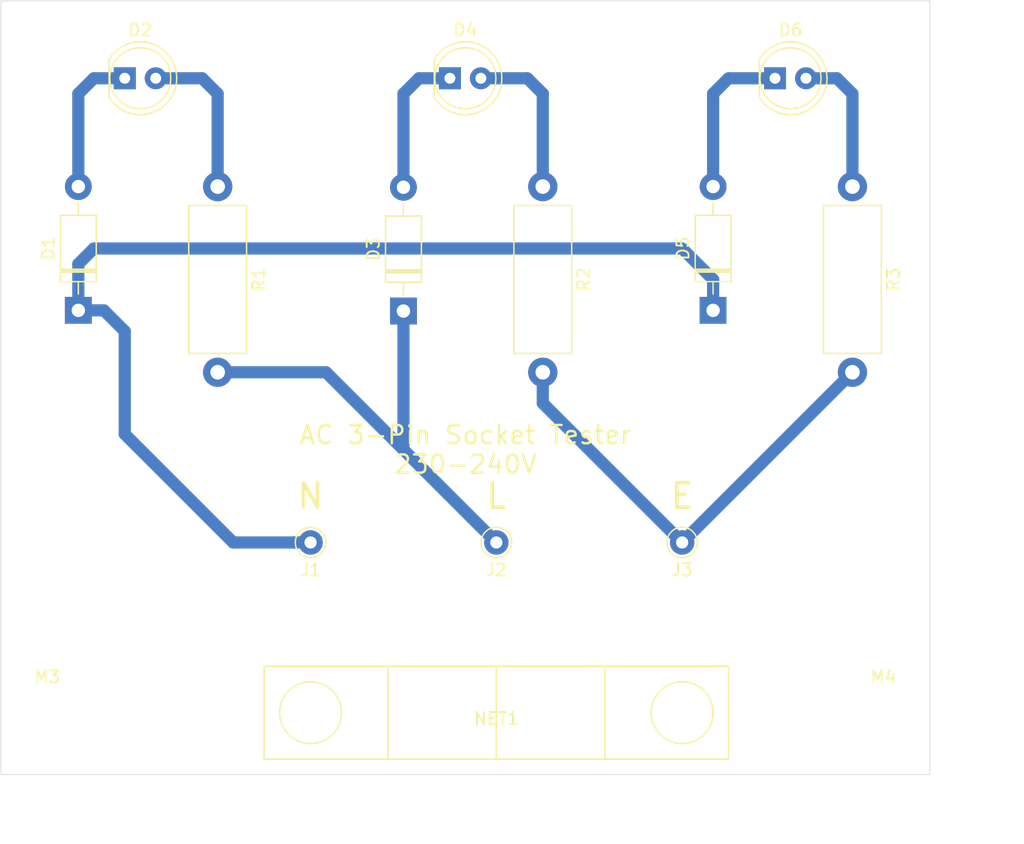
<source format=kicad_pcb>
(kicad_pcb (version 20171130) (host pcbnew 5.1.5-52549c5~86~ubuntu18.04.1)

  (general
    (thickness 1.6)
    (drawings 10)
    (tracks 37)
    (zones 0)
    (modules 15)
    (nets 10)
  )

  (page A4)
  (title_block
    (title "DIY AC 3-Pin Socket Tester PCB")
    (date 2020-04-20)
    (rev 1.0)
    (company "MSc. Paweł Sobótka")
    (comment 1 "CC-BY-SA 4.0")
    (comment 2 "by SQ7EQE")
  )

  (layers
    (0 F.Cu jumper)
    (31 B.Cu signal)
    (32 B.Adhes user)
    (33 F.Adhes user)
    (34 B.Paste user)
    (35 F.Paste user)
    (36 B.SilkS user)
    (37 F.SilkS user)
    (38 B.Mask user)
    (39 F.Mask user)
    (40 Dwgs.User user)
    (41 Cmts.User user)
    (42 Eco1.User user)
    (43 Eco2.User user)
    (44 Edge.Cuts user)
    (45 Margin user)
    (46 B.CrtYd user)
    (47 F.CrtYd user)
    (48 B.Fab user)
    (49 F.Fab user)
  )

  (setup
    (last_trace_width 0.25)
    (user_trace_width 1)
    (trace_clearance 0.2)
    (zone_clearance 0.508)
    (zone_45_only no)
    (trace_min 0.2)
    (via_size 0.8)
    (via_drill 0.4)
    (via_min_size 0.4)
    (via_min_drill 0.3)
    (uvia_size 0.3)
    (uvia_drill 0.1)
    (uvias_allowed no)
    (uvia_min_size 0.2)
    (uvia_min_drill 0.1)
    (edge_width 0.05)
    (segment_width 0.2)
    (pcb_text_width 0.3)
    (pcb_text_size 1.5 1.5)
    (mod_edge_width 0.12)
    (mod_text_size 1 1)
    (mod_text_width 0.15)
    (pad_size 1.524 1.524)
    (pad_drill 0.762)
    (pad_to_mask_clearance 0.051)
    (solder_mask_min_width 0.25)
    (aux_axis_origin 66.04 101.6)
    (grid_origin 66.04 101.6)
    (visible_elements FFFFFF7F)
    (pcbplotparams
      (layerselection 0x010fc_ffffffff)
      (usegerberextensions false)
      (usegerberattributes false)
      (usegerberadvancedattributes false)
      (creategerberjobfile false)
      (excludeedgelayer true)
      (linewidth 0.100000)
      (plotframeref false)
      (viasonmask false)
      (mode 1)
      (useauxorigin false)
      (hpglpennumber 1)
      (hpglpenspeed 20)
      (hpglpendiameter 15.000000)
      (psnegative false)
      (psa4output false)
      (plotreference true)
      (plotvalue true)
      (plotinvisibletext false)
      (padsonsilk false)
      (subtractmaskfromsilk false)
      (outputformat 1)
      (mirror false)
      (drillshape 1)
      (scaleselection 1)
      (outputdirectory ""))
  )

  (net 0 "")
  (net 1 "Net-(D1-Pad1)")
  (net 2 "Net-(D1-Pad2)")
  (net 3 "Net-(D2-Pad2)")
  (net 4 "Net-(D3-Pad2)")
  (net 5 "Net-(D3-Pad1)")
  (net 6 "Net-(D4-Pad2)")
  (net 7 "Net-(D5-Pad2)")
  (net 8 "Net-(D6-Pad2)")
  (net 9 "Net-(J3-Pad1)")

  (net_class Default "This is the default net class."
    (clearance 0.2)
    (trace_width 0.25)
    (via_dia 0.8)
    (via_drill 0.4)
    (uvia_dia 0.3)
    (uvia_drill 0.1)
    (add_net "Net-(D1-Pad1)")
    (add_net "Net-(D1-Pad2)")
    (add_net "Net-(D2-Pad2)")
    (add_net "Net-(D3-Pad1)")
    (add_net "Net-(D3-Pad2)")
    (add_net "Net-(D4-Pad2)")
    (add_net "Net-(D5-Pad2)")
    (add_net "Net-(D6-Pad2)")
    (add_net "Net-(J3-Pad1)")
  )

  (module DIY-AC-3-Pin-Socket-Tester:Pin_D1.0mm_L10.0mm (layer F.Cu) (tedit 5A1DC084) (tstamp 5E9DD447)
    (at 91.44 82.55)
    (descr "solder Pin_ diameter 1.0mm, hole diameter 1.0mm (press fit), length 10.0mm")
    (tags "solder Pin_ press fit")
    (path /5E9F06DC)
    (fp_text reference J1 (at 0 2.25) (layer F.SilkS)
      (effects (font (size 1 1) (thickness 0.15)))
    )
    (fp_text value Neutral (at 0 -2.05) (layer F.Fab)
      (effects (font (size 1 1) (thickness 0.15)))
    )
    (fp_circle (center 0 0) (end 1.25 0.05) (layer F.SilkS) (width 0.12))
    (fp_circle (center 0 0) (end 1 0) (layer F.Fab) (width 0.12))
    (fp_circle (center 0 0) (end 0.5 0) (layer F.Fab) (width 0.12))
    (fp_circle (center 0 0) (end 1.5 0) (layer F.CrtYd) (width 0.05))
    (fp_text user %R (at 0 2.25) (layer F.Fab)
      (effects (font (size 1 1) (thickness 0.15)))
    )
    (pad 1 thru_hole circle (at 0 0) (size 2 2) (drill 1) (layers *.Cu *.Mask)
      (net 1 "Net-(D1-Pad1)"))
  )

  (module DIY-AC-3-Pin-Socket-Tester:Pin_D1.0mm_L10.0mm (layer F.Cu) (tedit 5A1DC084) (tstamp 5E9DD451)
    (at 106.68 82.55)
    (descr "solder Pin_ diameter 1.0mm, hole diameter 1.0mm (press fit), length 10.0mm")
    (tags "solder Pin_ press fit")
    (path /5E9F0A92)
    (fp_text reference J2 (at 0 2.25) (layer F.SilkS)
      (effects (font (size 1 1) (thickness 0.15)))
    )
    (fp_text value Live (at 0 -2.05) (layer F.Fab)
      (effects (font (size 1 1) (thickness 0.15)))
    )
    (fp_circle (center 0 0) (end 1.25 0.05) (layer F.SilkS) (width 0.12))
    (fp_circle (center 0 0) (end 1 0) (layer F.Fab) (width 0.12))
    (fp_circle (center 0 0) (end 0.5 0) (layer F.Fab) (width 0.12))
    (fp_circle (center 0 0) (end 1.5 0) (layer F.CrtYd) (width 0.05))
    (fp_text user %R (at 0 2.25) (layer F.Fab)
      (effects (font (size 1 1) (thickness 0.15)))
    )
    (pad 1 thru_hole circle (at 0 0) (size 2 2) (drill 1) (layers *.Cu *.Mask)
      (net 5 "Net-(D3-Pad1)"))
  )

  (module DIY-AC-3-Pin-Socket-Tester:Pin_D1.0mm_L10.0mm (layer F.Cu) (tedit 5A1DC084) (tstamp 5E9DD45B)
    (at 121.92 82.55)
    (descr "solder Pin_ diameter 1.0mm, hole diameter 1.0mm (press fit), length 10.0mm")
    (tags "solder Pin_ press fit")
    (path /5E9F0F2E)
    (fp_text reference J3 (at 0 2.25) (layer F.SilkS)
      (effects (font (size 1 1) (thickness 0.15)))
    )
    (fp_text value Earth (at 0 -2.05) (layer F.Fab)
      (effects (font (size 1 1) (thickness 0.15)))
    )
    (fp_circle (center 0 0) (end 1.25 0.05) (layer F.SilkS) (width 0.12))
    (fp_circle (center 0 0) (end 1 0) (layer F.Fab) (width 0.12))
    (fp_circle (center 0 0) (end 0.5 0) (layer F.Fab) (width 0.12))
    (fp_circle (center 0 0) (end 1.5 0) (layer F.CrtYd) (width 0.05))
    (fp_text user %R (at 0 2.25) (layer F.Fab)
      (effects (font (size 1 1) (thickness 0.15)))
    )
    (pad 1 thru_hole circle (at 0 0) (size 2 2) (drill 1) (layers *.Cu *.Mask)
      (net 9 "Net-(J3-Pad1)"))
  )

  (module DIY-AC-3-Pin-Socket-Tester:MountingHole_3.2mm_M3 (layer F.Cu) (tedit 56D1B4CB) (tstamp 5E9DE1F7)
    (at 138.43 97.79)
    (descr "Mounting Hole 3.2mm, no annular, M3")
    (tags "mounting hole 3.2mm no annular m3")
    (attr virtual)
    (fp_text reference M4 (at 0 -4.2) (layer F.SilkS)
      (effects (font (size 1 1) (thickness 0.15)))
    )
    (fp_text value MountingHole_3.2mm_M3 (at 0 4.2) (layer F.Fab) hide
      (effects (font (size 1 1) (thickness 0.15)))
    )
    (fp_circle (center 0 0) (end 3.45 0) (layer F.CrtYd) (width 0.05))
    (fp_circle (center 0 0) (end 3.2 0) (layer Cmts.User) (width 0.15))
    (fp_text user %R (at 0.3 0) (layer F.Fab)
      (effects (font (size 1 1) (thickness 0.15)))
    )
    (pad 1 np_thru_hole circle (at 0 0) (size 3.2 3.2) (drill 3.2) (layers *.Cu *.Mask))
  )

  (module DIY-AC-3-Pin-Socket-Tester:MountingHole_3.2mm_M3 (layer F.Cu) (tedit 56D1B4CB) (tstamp 5E9DE1A9)
    (at 69.85 97.79)
    (descr "Mounting Hole 3.2mm, no annular, M3")
    (tags "mounting hole 3.2mm no annular m3")
    (attr virtual)
    (fp_text reference M3 (at 0 -4.2) (layer F.SilkS)
      (effects (font (size 1 1) (thickness 0.15)))
    )
    (fp_text value MountingHole_3.2mm_M3 (at 0 4.2) (layer F.Fab) hide
      (effects (font (size 1 1) (thickness 0.15)))
    )
    (fp_circle (center 0 0) (end 3.45 0) (layer F.CrtYd) (width 0.05))
    (fp_circle (center 0 0) (end 3.2 0) (layer Cmts.User) (width 0.15))
    (fp_text user %R (at 0.3 0) (layer F.Fab)
      (effects (font (size 1 1) (thickness 0.15)))
    )
    (pad 1 np_thru_hole circle (at 0 0) (size 3.2 3.2) (drill 3.2) (layers *.Cu *.Mask))
  )

  (module DIY-AC-3-Pin-Socket-Tester:LED_D5.0mm (layer F.Cu) (tedit 5995936A) (tstamp 5E9DD3DB)
    (at 76.2 44.45)
    (descr "LED, diameter 5.0mm, 2 pins, http://cdn-reichelt.de/documents/datenblatt/A500/LL-504BC2E-009.pdf")
    (tags "LED diameter 5.0mm 2 pins")
    (path /5E9D7810)
    (fp_text reference D2 (at 1.27 -3.96) (layer F.SilkS)
      (effects (font (size 1 1) (thickness 0.15)))
    )
    (fp_text value RED (at 1.27 3.96) (layer F.Fab)
      (effects (font (size 1 1) (thickness 0.15)))
    )
    (fp_text user %R (at 1.25 0) (layer F.Fab)
      (effects (font (size 0.8 0.8) (thickness 0.2)))
    )
    (fp_line (start 4.5 -3.25) (end -1.95 -3.25) (layer F.CrtYd) (width 0.05))
    (fp_line (start 4.5 3.25) (end 4.5 -3.25) (layer F.CrtYd) (width 0.05))
    (fp_line (start -1.95 3.25) (end 4.5 3.25) (layer F.CrtYd) (width 0.05))
    (fp_line (start -1.95 -3.25) (end -1.95 3.25) (layer F.CrtYd) (width 0.05))
    (fp_line (start -1.29 -1.545) (end -1.29 1.545) (layer F.SilkS) (width 0.12))
    (fp_line (start -1.23 -1.469694) (end -1.23 1.469694) (layer F.Fab) (width 0.1))
    (fp_circle (center 1.27 0) (end 3.77 0) (layer F.SilkS) (width 0.12))
    (fp_circle (center 1.27 0) (end 3.77 0) (layer F.Fab) (width 0.1))
    (fp_arc (start 1.27 0) (end -1.29 1.54483) (angle -148.9) (layer F.SilkS) (width 0.12))
    (fp_arc (start 1.27 0) (end -1.29 -1.54483) (angle 148.9) (layer F.SilkS) (width 0.12))
    (fp_arc (start 1.27 0) (end -1.23 -1.469694) (angle 299.1) (layer F.Fab) (width 0.1))
    (pad 2 thru_hole circle (at 2.54 0) (size 1.8 1.8) (drill 0.9) (layers *.Cu *.Mask)
      (net 3 "Net-(D2-Pad2)"))
    (pad 1 thru_hole rect (at 0 0) (size 1.8 1.8) (drill 0.9) (layers *.Cu *.Mask)
      (net 2 "Net-(D1-Pad2)"))
    (model ${KISYS3DMOD}/LED_THT.3dshapes/LED_D5.0mm.wrl
      (at (xyz 0 0 0))
      (scale (xyz 1 1 1))
      (rotate (xyz 0 0 0))
    )
  )

  (module DIY-AC-3-Pin-Socket-Tester:LED_D5.0mm (layer F.Cu) (tedit 5995936A) (tstamp 5E9DD40C)
    (at 102.87 44.45)
    (descr "LED, diameter 5.0mm, 2 pins, http://cdn-reichelt.de/documents/datenblatt/A500/LL-504BC2E-009.pdf")
    (tags "LED diameter 5.0mm 2 pins")
    (path /5E9D7931)
    (fp_text reference D4 (at 1.27 -3.96) (layer F.SilkS)
      (effects (font (size 1 1) (thickness 0.15)))
    )
    (fp_text value GREEN (at 1.27 3.96) (layer F.Fab)
      (effects (font (size 1 1) (thickness 0.15)))
    )
    (fp_text user %R (at 1.25 0) (layer F.Fab)
      (effects (font (size 0.8 0.8) (thickness 0.2)))
    )
    (fp_line (start 4.5 -3.25) (end -1.95 -3.25) (layer F.CrtYd) (width 0.05))
    (fp_line (start 4.5 3.25) (end 4.5 -3.25) (layer F.CrtYd) (width 0.05))
    (fp_line (start -1.95 3.25) (end 4.5 3.25) (layer F.CrtYd) (width 0.05))
    (fp_line (start -1.95 -3.25) (end -1.95 3.25) (layer F.CrtYd) (width 0.05))
    (fp_line (start -1.29 -1.545) (end -1.29 1.545) (layer F.SilkS) (width 0.12))
    (fp_line (start -1.23 -1.469694) (end -1.23 1.469694) (layer F.Fab) (width 0.1))
    (fp_circle (center 1.27 0) (end 3.77 0) (layer F.SilkS) (width 0.12))
    (fp_circle (center 1.27 0) (end 3.77 0) (layer F.Fab) (width 0.1))
    (fp_arc (start 1.27 0) (end -1.29 1.54483) (angle -148.9) (layer F.SilkS) (width 0.12))
    (fp_arc (start 1.27 0) (end -1.29 -1.54483) (angle 148.9) (layer F.SilkS) (width 0.12))
    (fp_arc (start 1.27 0) (end -1.23 -1.469694) (angle 299.1) (layer F.Fab) (width 0.1))
    (pad 2 thru_hole circle (at 2.54 0) (size 1.8 1.8) (drill 0.9) (layers *.Cu *.Mask)
      (net 6 "Net-(D4-Pad2)"))
    (pad 1 thru_hole rect (at 0 0) (size 1.8 1.8) (drill 0.9) (layers *.Cu *.Mask)
      (net 4 "Net-(D3-Pad2)"))
    (model ${KISYS3DMOD}/LED_THT.3dshapes/LED_D5.0mm.wrl
      (at (xyz 0 0 0))
      (scale (xyz 1 1 1))
      (rotate (xyz 0 0 0))
    )
  )

  (module DIY-AC-3-Pin-Socket-Tester:LED_D5.0mm (layer F.Cu) (tedit 5995936A) (tstamp 5E9DD43D)
    (at 129.54 44.45)
    (descr "LED, diameter 5.0mm, 2 pins, http://cdn-reichelt.de/documents/datenblatt/A500/LL-504BC2E-009.pdf")
    (tags "LED diameter 5.0mm 2 pins")
    (path /5E9D7A3D)
    (fp_text reference D6 (at 1.27 -3.96) (layer F.SilkS)
      (effects (font (size 1 1) (thickness 0.15)))
    )
    (fp_text value BLUE (at 1.27 3.96) (layer F.Fab)
      (effects (font (size 1 1) (thickness 0.15)))
    )
    (fp_text user %R (at 1.25 0) (layer F.Fab)
      (effects (font (size 0.8 0.8) (thickness 0.2)))
    )
    (fp_line (start 4.5 -3.25) (end -1.95 -3.25) (layer F.CrtYd) (width 0.05))
    (fp_line (start 4.5 3.25) (end 4.5 -3.25) (layer F.CrtYd) (width 0.05))
    (fp_line (start -1.95 3.25) (end 4.5 3.25) (layer F.CrtYd) (width 0.05))
    (fp_line (start -1.95 -3.25) (end -1.95 3.25) (layer F.CrtYd) (width 0.05))
    (fp_line (start -1.29 -1.545) (end -1.29 1.545) (layer F.SilkS) (width 0.12))
    (fp_line (start -1.23 -1.469694) (end -1.23 1.469694) (layer F.Fab) (width 0.1))
    (fp_circle (center 1.27 0) (end 3.77 0) (layer F.SilkS) (width 0.12))
    (fp_circle (center 1.27 0) (end 3.77 0) (layer F.Fab) (width 0.1))
    (fp_arc (start 1.27 0) (end -1.29 1.54483) (angle -148.9) (layer F.SilkS) (width 0.12))
    (fp_arc (start 1.27 0) (end -1.29 -1.54483) (angle 148.9) (layer F.SilkS) (width 0.12))
    (fp_arc (start 1.27 0) (end -1.23 -1.469694) (angle 299.1) (layer F.Fab) (width 0.1))
    (pad 2 thru_hole circle (at 2.54 0) (size 1.8 1.8) (drill 0.9) (layers *.Cu *.Mask)
      (net 8 "Net-(D6-Pad2)"))
    (pad 1 thru_hole rect (at 0 0) (size 1.8 1.8) (drill 0.9) (layers *.Cu *.Mask)
      (net 7 "Net-(D5-Pad2)"))
    (model ${KISYS3DMOD}/LED_THT.3dshapes/LED_D5.0mm.wrl
      (at (xyz 0 0 0))
      (scale (xyz 1 1 1))
      (rotate (xyz 0 0 0))
    )
  )

  (module DIY-AC-3-Pin-Socket-Tester:D_DO-41_SOD81_P10.16mm_Horizontal (layer F.Cu) (tedit 5AE50CD5) (tstamp 5E9DD7A6)
    (at 72.39 63.5 90)
    (descr "Diode, DO-41_SOD81 series, Axial, Horizontal, pin pitch=10.16mm, , length*diameter=5.2*2.7mm^2, , http://www.diodes.com/_files/packages/DO-41%20(Plastic).pdf")
    (tags "Diode DO-41_SOD81 series Axial Horizontal pin pitch 10.16mm  length 5.2mm diameter 2.7mm")
    (path /5E9D7CA0)
    (fp_text reference D1 (at 5.08 -2.47 90) (layer F.SilkS)
      (effects (font (size 1 1) (thickness 0.15)))
    )
    (fp_text value 1N4007 (at 5.08 2.47 90) (layer F.Fab)
      (effects (font (size 1 1) (thickness 0.15)))
    )
    (fp_text user K (at 0 -2.1 90) (layer F.Fab)
      (effects (font (size 1 1) (thickness 0.15)))
    )
    (fp_text user K (at 0 -2.1 90) (layer F.Fab)
      (effects (font (size 1 1) (thickness 0.15)))
    )
    (fp_text user %R (at 5.47 0 90) (layer F.Fab)
      (effects (font (size 1 1) (thickness 0.15)))
    )
    (fp_line (start 11.51 -1.6) (end -1.35 -1.6) (layer F.CrtYd) (width 0.05))
    (fp_line (start 11.51 1.6) (end 11.51 -1.6) (layer F.CrtYd) (width 0.05))
    (fp_line (start -1.35 1.6) (end 11.51 1.6) (layer F.CrtYd) (width 0.05))
    (fp_line (start -1.35 -1.6) (end -1.35 1.6) (layer F.CrtYd) (width 0.05))
    (fp_line (start 3.14 -1.47) (end 3.14 1.47) (layer F.SilkS) (width 0.12))
    (fp_line (start 3.38 -1.47) (end 3.38 1.47) (layer F.SilkS) (width 0.12))
    (fp_line (start 3.26 -1.47) (end 3.26 1.47) (layer F.SilkS) (width 0.12))
    (fp_line (start 8.82 0) (end 7.8 0) (layer F.SilkS) (width 0.12))
    (fp_line (start 1.34 0) (end 2.36 0) (layer F.SilkS) (width 0.12))
    (fp_line (start 7.8 -1.47) (end 2.36 -1.47) (layer F.SilkS) (width 0.12))
    (fp_line (start 7.8 1.47) (end 7.8 -1.47) (layer F.SilkS) (width 0.12))
    (fp_line (start 2.36 1.47) (end 7.8 1.47) (layer F.SilkS) (width 0.12))
    (fp_line (start 2.36 -1.47) (end 2.36 1.47) (layer F.SilkS) (width 0.12))
    (fp_line (start 3.16 -1.35) (end 3.16 1.35) (layer F.Fab) (width 0.1))
    (fp_line (start 3.36 -1.35) (end 3.36 1.35) (layer F.Fab) (width 0.1))
    (fp_line (start 3.26 -1.35) (end 3.26 1.35) (layer F.Fab) (width 0.1))
    (fp_line (start 10.16 0) (end 7.68 0) (layer F.Fab) (width 0.1))
    (fp_line (start 0 0) (end 2.48 0) (layer F.Fab) (width 0.1))
    (fp_line (start 7.68 -1.35) (end 2.48 -1.35) (layer F.Fab) (width 0.1))
    (fp_line (start 7.68 1.35) (end 7.68 -1.35) (layer F.Fab) (width 0.1))
    (fp_line (start 2.48 1.35) (end 7.68 1.35) (layer F.Fab) (width 0.1))
    (fp_line (start 2.48 -1.35) (end 2.48 1.35) (layer F.Fab) (width 0.1))
    (pad 2 thru_hole oval (at 10.16 0 90) (size 2.2 2.2) (drill 1.1) (layers *.Cu *.Mask)
      (net 2 "Net-(D1-Pad2)"))
    (pad 1 thru_hole rect (at 0 0 90) (size 2.2 2.2) (drill 1.1) (layers *.Cu *.Mask)
      (net 1 "Net-(D1-Pad1)"))
    (model ${KISYS3DMOD}/Diode_THT.3dshapes/D_DO-41_SOD81_P10.16mm_Horizontal.wrl
      (at (xyz 0 0 0))
      (scale (xyz 1 1 1))
      (rotate (xyz 0 0 0))
    )
  )

  (module DIY-AC-3-Pin-Socket-Tester:D_DO-41_SOD81_P10.16mm_Horizontal (layer F.Cu) (tedit 5AE50CD5) (tstamp 5E9DD3FA)
    (at 99.06 63.555001 90)
    (descr "Diode, DO-41_SOD81 series, Axial, Horizontal, pin pitch=10.16mm, , length*diameter=5.2*2.7mm^2, , http://www.diodes.com/_files/packages/DO-41%20(Plastic).pdf")
    (tags "Diode DO-41_SOD81 series Axial Horizontal pin pitch 10.16mm  length 5.2mm diameter 2.7mm")
    (path /5E9D7EF7)
    (fp_text reference D3 (at 5.08 -2.47 90) (layer F.SilkS)
      (effects (font (size 1 1) (thickness 0.15)))
    )
    (fp_text value 1N4007 (at 5.08 2.47 90) (layer F.Fab)
      (effects (font (size 1 1) (thickness 0.15)))
    )
    (fp_text user K (at 0 -2.1 90) (layer F.Fab)
      (effects (font (size 1 1) (thickness 0.15)))
    )
    (fp_text user K (at 0 -2.1 90) (layer F.Fab)
      (effects (font (size 1 1) (thickness 0.15)))
    )
    (fp_text user %R (at 5.47 0 90) (layer F.Fab)
      (effects (font (size 1 1) (thickness 0.15)))
    )
    (fp_line (start 11.51 -1.6) (end -1.35 -1.6) (layer F.CrtYd) (width 0.05))
    (fp_line (start 11.51 1.6) (end 11.51 -1.6) (layer F.CrtYd) (width 0.05))
    (fp_line (start -1.35 1.6) (end 11.51 1.6) (layer F.CrtYd) (width 0.05))
    (fp_line (start -1.35 -1.6) (end -1.35 1.6) (layer F.CrtYd) (width 0.05))
    (fp_line (start 3.14 -1.47) (end 3.14 1.47) (layer F.SilkS) (width 0.12))
    (fp_line (start 3.38 -1.47) (end 3.38 1.47) (layer F.SilkS) (width 0.12))
    (fp_line (start 3.26 -1.47) (end 3.26 1.47) (layer F.SilkS) (width 0.12))
    (fp_line (start 8.82 0) (end 7.8 0) (layer F.SilkS) (width 0.12))
    (fp_line (start 1.34 0) (end 2.36 0) (layer F.SilkS) (width 0.12))
    (fp_line (start 7.8 -1.47) (end 2.36 -1.47) (layer F.SilkS) (width 0.12))
    (fp_line (start 7.8 1.47) (end 7.8 -1.47) (layer F.SilkS) (width 0.12))
    (fp_line (start 2.36 1.47) (end 7.8 1.47) (layer F.SilkS) (width 0.12))
    (fp_line (start 2.36 -1.47) (end 2.36 1.47) (layer F.SilkS) (width 0.12))
    (fp_line (start 3.16 -1.35) (end 3.16 1.35) (layer F.Fab) (width 0.1))
    (fp_line (start 3.36 -1.35) (end 3.36 1.35) (layer F.Fab) (width 0.1))
    (fp_line (start 3.26 -1.35) (end 3.26 1.35) (layer F.Fab) (width 0.1))
    (fp_line (start 10.16 0) (end 7.68 0) (layer F.Fab) (width 0.1))
    (fp_line (start 0 0) (end 2.48 0) (layer F.Fab) (width 0.1))
    (fp_line (start 7.68 -1.35) (end 2.48 -1.35) (layer F.Fab) (width 0.1))
    (fp_line (start 7.68 1.35) (end 7.68 -1.35) (layer F.Fab) (width 0.1))
    (fp_line (start 2.48 1.35) (end 7.68 1.35) (layer F.Fab) (width 0.1))
    (fp_line (start 2.48 -1.35) (end 2.48 1.35) (layer F.Fab) (width 0.1))
    (pad 2 thru_hole oval (at 10.16 0 90) (size 2.2 2.2) (drill 1.1) (layers *.Cu *.Mask)
      (net 4 "Net-(D3-Pad2)"))
    (pad 1 thru_hole rect (at 0 0 90) (size 2.2 2.2) (drill 1.1) (layers *.Cu *.Mask)
      (net 5 "Net-(D3-Pad1)"))
    (model ${KISYS3DMOD}/Diode_THT.3dshapes/D_DO-41_SOD81_P10.16mm_Horizontal.wrl
      (at (xyz 0 0 0))
      (scale (xyz 1 1 1))
      (rotate (xyz 0 0 0))
    )
  )

  (module DIY-AC-3-Pin-Socket-Tester:D_DO-41_SOD81_P10.16mm_Horizontal (layer F.Cu) (tedit 5AE50CD5) (tstamp 5E9DD42B)
    (at 124.46 63.5 90)
    (descr "Diode, DO-41_SOD81 series, Axial, Horizontal, pin pitch=10.16mm, , length*diameter=5.2*2.7mm^2, , http://www.diodes.com/_files/packages/DO-41%20(Plastic).pdf")
    (tags "Diode DO-41_SOD81 series Axial Horizontal pin pitch 10.16mm  length 5.2mm diameter 2.7mm")
    (path /5E9D8296)
    (fp_text reference D5 (at 5.08 -2.47 90) (layer F.SilkS)
      (effects (font (size 1 1) (thickness 0.15)))
    )
    (fp_text value 1N4007 (at 5.08 2.47 90) (layer F.Fab)
      (effects (font (size 1 1) (thickness 0.15)))
    )
    (fp_text user K (at 0 -2.1 90) (layer F.Fab)
      (effects (font (size 1 1) (thickness 0.15)))
    )
    (fp_text user K (at 0 -2.1 90) (layer F.Fab)
      (effects (font (size 1 1) (thickness 0.15)))
    )
    (fp_text user %R (at 5.47 0 90) (layer F.Fab)
      (effects (font (size 1 1) (thickness 0.15)))
    )
    (fp_line (start 11.51 -1.6) (end -1.35 -1.6) (layer F.CrtYd) (width 0.05))
    (fp_line (start 11.51 1.6) (end 11.51 -1.6) (layer F.CrtYd) (width 0.05))
    (fp_line (start -1.35 1.6) (end 11.51 1.6) (layer F.CrtYd) (width 0.05))
    (fp_line (start -1.35 -1.6) (end -1.35 1.6) (layer F.CrtYd) (width 0.05))
    (fp_line (start 3.14 -1.47) (end 3.14 1.47) (layer F.SilkS) (width 0.12))
    (fp_line (start 3.38 -1.47) (end 3.38 1.47) (layer F.SilkS) (width 0.12))
    (fp_line (start 3.26 -1.47) (end 3.26 1.47) (layer F.SilkS) (width 0.12))
    (fp_line (start 8.82 0) (end 7.8 0) (layer F.SilkS) (width 0.12))
    (fp_line (start 1.34 0) (end 2.36 0) (layer F.SilkS) (width 0.12))
    (fp_line (start 7.8 -1.47) (end 2.36 -1.47) (layer F.SilkS) (width 0.12))
    (fp_line (start 7.8 1.47) (end 7.8 -1.47) (layer F.SilkS) (width 0.12))
    (fp_line (start 2.36 1.47) (end 7.8 1.47) (layer F.SilkS) (width 0.12))
    (fp_line (start 2.36 -1.47) (end 2.36 1.47) (layer F.SilkS) (width 0.12))
    (fp_line (start 3.16 -1.35) (end 3.16 1.35) (layer F.Fab) (width 0.1))
    (fp_line (start 3.36 -1.35) (end 3.36 1.35) (layer F.Fab) (width 0.1))
    (fp_line (start 3.26 -1.35) (end 3.26 1.35) (layer F.Fab) (width 0.1))
    (fp_line (start 10.16 0) (end 7.68 0) (layer F.Fab) (width 0.1))
    (fp_line (start 0 0) (end 2.48 0) (layer F.Fab) (width 0.1))
    (fp_line (start 7.68 -1.35) (end 2.48 -1.35) (layer F.Fab) (width 0.1))
    (fp_line (start 7.68 1.35) (end 7.68 -1.35) (layer F.Fab) (width 0.1))
    (fp_line (start 2.48 1.35) (end 7.68 1.35) (layer F.Fab) (width 0.1))
    (fp_line (start 2.48 -1.35) (end 2.48 1.35) (layer F.Fab) (width 0.1))
    (pad 2 thru_hole oval (at 10.16 0 90) (size 2.2 2.2) (drill 1.1) (layers *.Cu *.Mask)
      (net 7 "Net-(D5-Pad2)"))
    (pad 1 thru_hole rect (at 0 0 90) (size 2.2 2.2) (drill 1.1) (layers *.Cu *.Mask)
      (net 1 "Net-(D1-Pad1)"))
    (model ${KISYS3DMOD}/Diode_THT.3dshapes/D_DO-41_SOD81_P10.16mm_Horizontal.wrl
      (at (xyz 0 0 0))
      (scale (xyz 1 1 1))
      (rotate (xyz 0 0 0))
    )
  )

  (module DIY-AC-3-Pin-Socket-Tester:R_Axial_DIN0414_L11.9mm_D4.5mm_P15.24mm_Horizontal (layer F.Cu) (tedit 5AE5139B) (tstamp 5E9DD472)
    (at 83.82 53.34 270)
    (descr "Resistor, Axial_DIN0414 series, Axial, Horizontal, pin pitch=15.24mm, 2W, length*diameter=11.9*4.5mm^2, http://www.vishay.com/docs/20128/wkxwrx.pdf")
    (tags "Resistor Axial_DIN0414 series Axial Horizontal pin pitch 15.24mm 2W length 11.9mm diameter 4.5mm")
    (path /5E9D851F)
    (fp_text reference R1 (at 7.62 -3.37 90) (layer F.SilkS)
      (effects (font (size 1 1) (thickness 0.15)))
    )
    (fp_text value 47k (at 7.62 3.37 90) (layer F.Fab)
      (effects (font (size 1 1) (thickness 0.15)))
    )
    (fp_text user %R (at 7.62 0 90) (layer F.Fab)
      (effects (font (size 1 1) (thickness 0.15)))
    )
    (fp_line (start 16.69 -2.5) (end -1.45 -2.5) (layer F.CrtYd) (width 0.05))
    (fp_line (start 16.69 2.5) (end 16.69 -2.5) (layer F.CrtYd) (width 0.05))
    (fp_line (start -1.45 2.5) (end 16.69 2.5) (layer F.CrtYd) (width 0.05))
    (fp_line (start -1.45 -2.5) (end -1.45 2.5) (layer F.CrtYd) (width 0.05))
    (fp_line (start 13.8 0) (end 13.69 0) (layer F.SilkS) (width 0.12))
    (fp_line (start 1.44 0) (end 1.55 0) (layer F.SilkS) (width 0.12))
    (fp_line (start 13.69 -2.37) (end 1.55 -2.37) (layer F.SilkS) (width 0.12))
    (fp_line (start 13.69 2.37) (end 13.69 -2.37) (layer F.SilkS) (width 0.12))
    (fp_line (start 1.55 2.37) (end 13.69 2.37) (layer F.SilkS) (width 0.12))
    (fp_line (start 1.55 -2.37) (end 1.55 2.37) (layer F.SilkS) (width 0.12))
    (fp_line (start 15.24 0) (end 13.57 0) (layer F.Fab) (width 0.1))
    (fp_line (start 0 0) (end 1.67 0) (layer F.Fab) (width 0.1))
    (fp_line (start 13.57 -2.25) (end 1.67 -2.25) (layer F.Fab) (width 0.1))
    (fp_line (start 13.57 2.25) (end 13.57 -2.25) (layer F.Fab) (width 0.1))
    (fp_line (start 1.67 2.25) (end 13.57 2.25) (layer F.Fab) (width 0.1))
    (fp_line (start 1.67 -2.25) (end 1.67 2.25) (layer F.Fab) (width 0.1))
    (pad 2 thru_hole oval (at 15.24 0 270) (size 2.4 2.4) (drill 1.2) (layers *.Cu *.Mask)
      (net 5 "Net-(D3-Pad1)"))
    (pad 1 thru_hole circle (at 0 0 270) (size 2.4 2.4) (drill 1.2) (layers *.Cu *.Mask)
      (net 3 "Net-(D2-Pad2)"))
    (model ${KISYS3DMOD}/Resistor_THT.3dshapes/R_Axial_DIN0414_L11.9mm_D4.5mm_P15.24mm_Horizontal.wrl
      (at (xyz 0 0 0))
      (scale (xyz 1 1 1))
      (rotate (xyz 0 0 0))
    )
  )

  (module DIY-AC-3-Pin-Socket-Tester:R_Axial_DIN0414_L11.9mm_D4.5mm_P15.24mm_Horizontal (layer F.Cu) (tedit 5AE5139B) (tstamp 5E9DD489)
    (at 110.49 53.34 270)
    (descr "Resistor, Axial_DIN0414 series, Axial, Horizontal, pin pitch=15.24mm, 2W, length*diameter=11.9*4.5mm^2, http://www.vishay.com/docs/20128/wkxwrx.pdf")
    (tags "Resistor Axial_DIN0414 series Axial Horizontal pin pitch 15.24mm 2W length 11.9mm diameter 4.5mm")
    (path /5E9D8D2A)
    (fp_text reference R2 (at 7.62 -3.37 90) (layer F.SilkS)
      (effects (font (size 1 1) (thickness 0.15)))
    )
    (fp_text value 47k (at 7.62 3.37 90) (layer F.Fab)
      (effects (font (size 1 1) (thickness 0.15)))
    )
    (fp_text user %R (at 7.62 0 90) (layer F.Fab)
      (effects (font (size 1 1) (thickness 0.15)))
    )
    (fp_line (start 16.69 -2.5) (end -1.45 -2.5) (layer F.CrtYd) (width 0.05))
    (fp_line (start 16.69 2.5) (end 16.69 -2.5) (layer F.CrtYd) (width 0.05))
    (fp_line (start -1.45 2.5) (end 16.69 2.5) (layer F.CrtYd) (width 0.05))
    (fp_line (start -1.45 -2.5) (end -1.45 2.5) (layer F.CrtYd) (width 0.05))
    (fp_line (start 13.8 0) (end 13.69 0) (layer F.SilkS) (width 0.12))
    (fp_line (start 1.44 0) (end 1.55 0) (layer F.SilkS) (width 0.12))
    (fp_line (start 13.69 -2.37) (end 1.55 -2.37) (layer F.SilkS) (width 0.12))
    (fp_line (start 13.69 2.37) (end 13.69 -2.37) (layer F.SilkS) (width 0.12))
    (fp_line (start 1.55 2.37) (end 13.69 2.37) (layer F.SilkS) (width 0.12))
    (fp_line (start 1.55 -2.37) (end 1.55 2.37) (layer F.SilkS) (width 0.12))
    (fp_line (start 15.24 0) (end 13.57 0) (layer F.Fab) (width 0.1))
    (fp_line (start 0 0) (end 1.67 0) (layer F.Fab) (width 0.1))
    (fp_line (start 13.57 -2.25) (end 1.67 -2.25) (layer F.Fab) (width 0.1))
    (fp_line (start 13.57 2.25) (end 13.57 -2.25) (layer F.Fab) (width 0.1))
    (fp_line (start 1.67 2.25) (end 13.57 2.25) (layer F.Fab) (width 0.1))
    (fp_line (start 1.67 -2.25) (end 1.67 2.25) (layer F.Fab) (width 0.1))
    (pad 2 thru_hole oval (at 15.24 0 270) (size 2.4 2.4) (drill 1.2) (layers *.Cu *.Mask)
      (net 9 "Net-(J3-Pad1)"))
    (pad 1 thru_hole circle (at 0 0 270) (size 2.4 2.4) (drill 1.2) (layers *.Cu *.Mask)
      (net 6 "Net-(D4-Pad2)"))
    (model ${KISYS3DMOD}/Resistor_THT.3dshapes/R_Axial_DIN0414_L11.9mm_D4.5mm_P15.24mm_Horizontal.wrl
      (at (xyz 0 0 0))
      (scale (xyz 1 1 1))
      (rotate (xyz 0 0 0))
    )
  )

  (module DIY-AC-3-Pin-Socket-Tester:R_Axial_DIN0414_L11.9mm_D4.5mm_P15.24mm_Horizontal (layer F.Cu) (tedit 5AE5139B) (tstamp 5E9DD4A0)
    (at 135.89 53.34 270)
    (descr "Resistor, Axial_DIN0414 series, Axial, Horizontal, pin pitch=15.24mm, 2W, length*diameter=11.9*4.5mm^2, http://www.vishay.com/docs/20128/wkxwrx.pdf")
    (tags "Resistor Axial_DIN0414 series Axial Horizontal pin pitch 15.24mm 2W length 11.9mm diameter 4.5mm")
    (path /5E9D8ECF)
    (fp_text reference R3 (at 7.62 -3.37 90) (layer F.SilkS)
      (effects (font (size 1 1) (thickness 0.15)))
    )
    (fp_text value 47k (at 7.62 3.37 90) (layer F.Fab)
      (effects (font (size 1 1) (thickness 0.15)))
    )
    (fp_text user %R (at 7.62 0 90) (layer F.Fab)
      (effects (font (size 1 1) (thickness 0.15)))
    )
    (fp_line (start 16.69 -2.5) (end -1.45 -2.5) (layer F.CrtYd) (width 0.05))
    (fp_line (start 16.69 2.5) (end 16.69 -2.5) (layer F.CrtYd) (width 0.05))
    (fp_line (start -1.45 2.5) (end 16.69 2.5) (layer F.CrtYd) (width 0.05))
    (fp_line (start -1.45 -2.5) (end -1.45 2.5) (layer F.CrtYd) (width 0.05))
    (fp_line (start 13.8 0) (end 13.69 0) (layer F.SilkS) (width 0.12))
    (fp_line (start 1.44 0) (end 1.55 0) (layer F.SilkS) (width 0.12))
    (fp_line (start 13.69 -2.37) (end 1.55 -2.37) (layer F.SilkS) (width 0.12))
    (fp_line (start 13.69 2.37) (end 13.69 -2.37) (layer F.SilkS) (width 0.12))
    (fp_line (start 1.55 2.37) (end 13.69 2.37) (layer F.SilkS) (width 0.12))
    (fp_line (start 1.55 -2.37) (end 1.55 2.37) (layer F.SilkS) (width 0.12))
    (fp_line (start 15.24 0) (end 13.57 0) (layer F.Fab) (width 0.1))
    (fp_line (start 0 0) (end 1.67 0) (layer F.Fab) (width 0.1))
    (fp_line (start 13.57 -2.25) (end 1.67 -2.25) (layer F.Fab) (width 0.1))
    (fp_line (start 13.57 2.25) (end 13.57 -2.25) (layer F.Fab) (width 0.1))
    (fp_line (start 1.67 2.25) (end 13.57 2.25) (layer F.Fab) (width 0.1))
    (fp_line (start 1.67 -2.25) (end 1.67 2.25) (layer F.Fab) (width 0.1))
    (pad 2 thru_hole oval (at 15.24 0 270) (size 2.4 2.4) (drill 1.2) (layers *.Cu *.Mask)
      (net 9 "Net-(J3-Pad1)"))
    (pad 1 thru_hole circle (at 0 0 270) (size 2.4 2.4) (drill 1.2) (layers *.Cu *.Mask)
      (net 8 "Net-(D6-Pad2)"))
    (model ${KISYS3DMOD}/Resistor_THT.3dshapes/R_Axial_DIN0414_L11.9mm_D4.5mm_P15.24mm_Horizontal.wrl
      (at (xyz 0 0 0))
      (scale (xyz 1 1 1))
      (rotate (xyz 0 0 0))
    )
  )

  (module DIY-AC-3-Pin-Socket-Tester:net-cable-conn locked (layer F.Cu) (tedit 5E9EAA0A) (tstamp 5E9DE792)
    (at 106.68 96.52)
    (fp_text reference NET1 (at 0 0.5) (layer F.SilkS)
      (effects (font (size 1 1) (thickness 0.15)))
    )
    (fp_text value net-cable-conn (at 0 -0.5) (layer F.Fab)
      (effects (font (size 1 1) (thickness 0.15)))
    )
    (fp_line (start 0 -3.81) (end 0 3.81) (layer F.SilkS) (width 0.12))
    (fp_line (start 8.89 -3.81) (end 8.89 3.81) (layer F.SilkS) (width 0.12))
    (fp_line (start -8.89 -3.81) (end -8.89 3.81) (layer F.SilkS) (width 0.12))
    (fp_line (start -19.05 3.81) (end -19.05 -3.81) (layer F.SilkS) (width 0.12))
    (fp_line (start 19.05 3.81) (end -19.05 3.81) (layer F.SilkS) (width 0.12))
    (fp_line (start 19.05 -3.81) (end 19.05 3.81) (layer F.SilkS) (width 0.12))
    (fp_line (start -19.05 -3.81) (end 19.05 -3.81) (layer F.SilkS) (width 0.12))
    (fp_line (start -19.05 -3.81) (end 19.05 -3.81) (layer F.CrtYd) (width 0.12))
    (fp_line (start -19.05 3.81) (end -19.05 -3.81) (layer F.CrtYd) (width 0.12))
    (fp_line (start 19.05 3.81) (end -19.05 3.81) (layer F.CrtYd) (width 0.12))
    (fp_line (start 19.05 -3.81) (end 19.05 3.81) (layer F.CrtYd) (width 0.12))
    (fp_circle (center 15.24 0) (end 15.24 -2.54) (layer F.SilkS) (width 0.12))
    (fp_circle (center 15.24 0) (end 15.24 -1.905) (layer F.CrtYd) (width 0.12))
    (fp_circle (center -15.24 0) (end -15.24 -1.905) (layer F.CrtYd) (width 0.12))
    (fp_circle (center -15.24 0) (end -15.24 -2.54) (layer F.SilkS) (width 0.12))
    (pad "" np_thru_hole circle (at 15.24 0) (size 3.2 3.2) (drill 3.2) (layers *.Cu *.Mask))
    (pad "" np_thru_hole circle (at -15.24 0) (size 3.2 3.2) (drill 3.2) (layers *.Cu *.Mask))
    (model /home/sq7eqe/Dokumenty/3dmodels/net-conn.step
      (at (xyz 0 0 0))
      (scale (xyz 1 1 1))
      (rotate (xyz 0 0 0))
    )
  )

  (gr_text "AC 3-Pin Socket Tester\n230-240V" (at 104.14 74.93) (layer F.SilkS)
    (effects (font (size 1.5 1.5) (thickness 0.2)))
  )
  (dimension 63.5 (width 0.15) (layer Cmts.User)
    (gr_text "63,500 mm" (at 148.62 69.85 90) (layer Cmts.User)
      (effects (font (size 1 1) (thickness 0.15)))
    )
    (feature1 (pts (xy 142.24 38.1) (xy 147.906421 38.1)))
    (feature2 (pts (xy 142.24 101.6) (xy 147.906421 101.6)))
    (crossbar (pts (xy 147.32 101.6) (xy 147.32 38.1)))
    (arrow1a (pts (xy 147.32 38.1) (xy 147.906421 39.226504)))
    (arrow1b (pts (xy 147.32 38.1) (xy 146.733579 39.226504)))
    (arrow2a (pts (xy 147.32 101.6) (xy 147.906421 100.473496)))
    (arrow2b (pts (xy 147.32 101.6) (xy 146.733579 100.473496)))
  )
  (dimension 76.2 (width 0.15) (layer Cmts.User)
    (gr_text "76,200 mm" (at 104.14 107.98) (layer Cmts.User)
      (effects (font (size 1 1) (thickness 0.15)))
    )
    (feature1 (pts (xy 142.24 101.6) (xy 142.24 107.266421)))
    (feature2 (pts (xy 66.04 101.6) (xy 66.04 107.266421)))
    (crossbar (pts (xy 66.04 106.68) (xy 142.24 106.68)))
    (arrow1a (pts (xy 142.24 106.68) (xy 141.113496 107.266421)))
    (arrow1b (pts (xy 142.24 106.68) (xy 141.113496 106.093579)))
    (arrow2a (pts (xy 66.04 106.68) (xy 67.166504 107.266421)))
    (arrow2b (pts (xy 66.04 106.68) (xy 67.166504 106.093579)))
  )
  (gr_text E (at 121.92 78.74) (layer F.SilkS)
    (effects (font (size 2 2) (thickness 0.3)))
  )
  (gr_text L (at 106.68 78.74) (layer F.SilkS)
    (effects (font (size 2 2) (thickness 0.3)))
  )
  (gr_text N (at 91.44 78.74) (layer F.SilkS)
    (effects (font (size 2 2) (thickness 0.3)))
  )
  (gr_line (start 66.04 101.6) (end 66.04 38.1) (layer Edge.Cuts) (width 0.05) (tstamp 5E9DDD0E))
  (gr_line (start 142.24 101.6) (end 66.04 101.6) (layer Edge.Cuts) (width 0.05))
  (gr_line (start 142.24 38.1) (end 142.24 101.6) (layer Edge.Cuts) (width 0.05))
  (gr_line (start 66.04 38.1) (end 142.24 38.1) (layer Edge.Cuts) (width 0.05))

  (segment (start 74.49 63.5) (end 76.2 65.21) (width 1) (layer B.Cu) (net 1))
  (segment (start 72.39 63.5) (end 74.49 63.5) (width 1) (layer B.Cu) (net 1))
  (segment (start 76.2 65.21) (end 76.2 73.66) (width 1) (layer B.Cu) (net 1))
  (segment (start 85.09 82.55) (end 90.025787 82.55) (width 1) (layer B.Cu) (net 1))
  (segment (start 90.025787 82.55) (end 91.44 82.55) (width 1) (layer B.Cu) (net 1))
  (segment (start 76.2 73.66) (end 85.09 82.55) (width 1) (layer B.Cu) (net 1))
  (segment (start 124.46 60.96) (end 124.46 61.4) (width 1) (layer B.Cu) (net 1))
  (segment (start 124.46 61.4) (end 124.46 63.5) (width 1) (layer B.Cu) (net 1))
  (segment (start 121.92 58.42) (end 124.46 60.96) (width 1) (layer B.Cu) (net 1))
  (segment (start 73.66 58.42) (end 121.92 58.42) (width 1) (layer B.Cu) (net 1))
  (segment (start 72.39 63.5) (end 72.39 59.69) (width 1) (layer B.Cu) (net 1))
  (segment (start 72.39 59.69) (end 73.66 58.42) (width 1) (layer B.Cu) (net 1))
  (segment (start 72.39 53.34) (end 72.39 45.72) (width 1) (layer B.Cu) (net 2))
  (segment (start 72.39 45.72) (end 73.66 44.45) (width 1) (layer B.Cu) (net 2))
  (segment (start 73.66 44.45) (end 76.2 44.45) (width 1) (layer B.Cu) (net 2))
  (segment (start 83.82 53.34) (end 83.82 45.72) (width 1) (layer B.Cu) (net 3))
  (segment (start 83.82 45.72) (end 82.55 44.45) (width 1) (layer B.Cu) (net 3))
  (segment (start 82.55 44.45) (end 78.74 44.45) (width 1) (layer B.Cu) (net 3))
  (segment (start 99.06 53.395001) (end 99.06 45.72) (width 1) (layer B.Cu) (net 4))
  (segment (start 99.06 45.72) (end 100.33 44.45) (width 1) (layer B.Cu) (net 4))
  (segment (start 100.33 44.45) (end 102.87 44.45) (width 1) (layer B.Cu) (net 4))
  (segment (start 99.06 74.93) (end 106.68 82.55) (width 1) (layer B.Cu) (net 5))
  (segment (start 99.06 63.555001) (end 99.06 74.93) (width 1) (layer B.Cu) (net 5))
  (segment (start 92.71 68.58) (end 99.06 74.93) (width 1) (layer B.Cu) (net 5))
  (segment (start 83.82 68.58) (end 92.71 68.58) (width 1) (layer B.Cu) (net 5))
  (segment (start 110.49 53.34) (end 110.49 45.72) (width 1) (layer B.Cu) (net 6))
  (segment (start 110.49 45.72) (end 109.22 44.45) (width 1) (layer B.Cu) (net 6))
  (segment (start 109.22 44.45) (end 105.41 44.45) (width 1) (layer B.Cu) (net 6))
  (segment (start 129.54 44.45) (end 125.73 44.45) (width 1) (layer B.Cu) (net 7))
  (segment (start 125.73 44.45) (end 124.46 45.72) (width 1) (layer B.Cu) (net 7))
  (segment (start 124.46 45.72) (end 124.46 53.34) (width 1) (layer B.Cu) (net 7))
  (segment (start 132.08 44.45) (end 134.62 44.45) (width 1) (layer B.Cu) (net 8))
  (segment (start 134.62 44.45) (end 135.89 45.72) (width 1) (layer B.Cu) (net 8))
  (segment (start 135.89 45.72) (end 135.89 53.34) (width 1) (layer B.Cu) (net 8))
  (segment (start 110.49 71.12) (end 121.92 82.55) (width 1) (layer B.Cu) (net 9))
  (segment (start 110.49 68.58) (end 110.49 71.12) (width 1) (layer B.Cu) (net 9))
  (segment (start 135.89 68.58) (end 121.92 82.55) (width 1) (layer B.Cu) (net 9))

)

</source>
